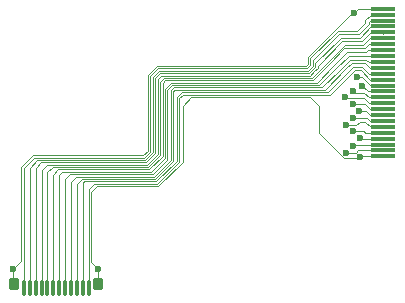
<source format=gtl>
G04 #@! TF.GenerationSoftware,KiCad,Pcbnew,9.0.1*
G04 #@! TF.CreationDate,2025-05-15T23:31:47+02:00*
G04 #@! TF.ProjectId,short flex with bend,73686f72-7420-4666-9c65-782077697468,rev?*
G04 #@! TF.SameCoordinates,Original*
G04 #@! TF.FileFunction,Copper,L1,Top*
G04 #@! TF.FilePolarity,Positive*
%FSLAX46Y46*%
G04 Gerber Fmt 4.6, Leading zero omitted, Abs format (unit mm)*
G04 Created by KiCad (PCBNEW 9.0.1) date 2025-05-15 23:31:47*
%MOMM*%
%LPD*%
G01*
G04 APERTURE LIST*
G04 Aperture macros list*
%AMRoundRect*
0 Rectangle with rounded corners*
0 $1 Rounding radius*
0 $2 $3 $4 $5 $6 $7 $8 $9 X,Y pos of 4 corners*
0 Add a 4 corners polygon primitive as box body*
4,1,4,$2,$3,$4,$5,$6,$7,$8,$9,$2,$3,0*
0 Add four circle primitives for the rounded corners*
1,1,$1+$1,$2,$3*
1,1,$1+$1,$4,$5*
1,1,$1+$1,$6,$7*
1,1,$1+$1,$8,$9*
0 Add four rect primitives between the rounded corners*
20,1,$1+$1,$2,$3,$4,$5,0*
20,1,$1+$1,$4,$5,$6,$7,0*
20,1,$1+$1,$6,$7,$8,$9,0*
20,1,$1+$1,$8,$9,$2,$3,0*%
G04 Aperture macros list end*
G04 #@! TA.AperFunction,ConnectorPad*
%ADD10R,2.000000X0.300000*%
G04 #@! TD*
G04 #@! TA.AperFunction,SMDPad,CuDef*
%ADD11RoundRect,0.050000X-0.115000X-0.625000X0.115000X-0.625000X0.115000X0.625000X-0.115000X0.625000X0*%
G04 #@! TD*
G04 #@! TA.AperFunction,SMDPad,CuDef*
%ADD12RoundRect,0.120000X0.280000X0.415000X-0.280000X0.415000X-0.280000X-0.415000X0.280000X-0.415000X0*%
G04 #@! TD*
G04 #@! TA.AperFunction,SMDPad,CuDef*
%ADD13RoundRect,0.120000X-0.280000X-0.415000X0.280000X-0.415000X0.280000X0.415000X-0.280000X0.415000X0*%
G04 #@! TD*
G04 #@! TA.AperFunction,ViaPad*
%ADD14C,0.600000*%
G04 #@! TD*
G04 #@! TA.AperFunction,Conductor*
%ADD15C,0.100000*%
G04 #@! TD*
G04 APERTURE END LIST*
D10*
X163000000Y-84100000D03*
X163000000Y-83600000D03*
X163000000Y-83100000D03*
X163000000Y-82600000D03*
X163000000Y-82100000D03*
X163000000Y-81600000D03*
X163000000Y-81100000D03*
X163000000Y-80600000D03*
X163000000Y-80100000D03*
X163000000Y-79600000D03*
X163000000Y-79100000D03*
X163000000Y-78600000D03*
X163000000Y-78100000D03*
X163000000Y-77600000D03*
X163000000Y-77100000D03*
X163000000Y-76600000D03*
X163000000Y-76100000D03*
X163000000Y-75600000D03*
X163000000Y-75100000D03*
X163000000Y-74600000D03*
X163000000Y-74100000D03*
X163000000Y-73600000D03*
X163000000Y-73100000D03*
X163000000Y-72600000D03*
X163000000Y-72100000D03*
X163000000Y-71600000D03*
D11*
X132560000Y-95225000D03*
X133060000Y-95225000D03*
X133560000Y-95225000D03*
X134060000Y-95225000D03*
X134560000Y-95225000D03*
X135060000Y-95225000D03*
X135560000Y-95225000D03*
X136060000Y-95225000D03*
X136560000Y-95225000D03*
X137060000Y-95225000D03*
X137560000Y-95225000D03*
X138060000Y-95225000D03*
D12*
X131760000Y-94915000D03*
D13*
X138860000Y-94915000D03*
D14*
X160400000Y-79650000D03*
X160393913Y-81976786D03*
X161222809Y-78153983D03*
X159811091Y-81438909D03*
X159792395Y-79035423D03*
X160787000Y-77350000D03*
X159842933Y-83803550D03*
X161000000Y-82550000D03*
X160442955Y-80852210D03*
X160948603Y-80232271D03*
X161038068Y-84187018D03*
X160500000Y-71950000D03*
X160471591Y-78578409D03*
X160468035Y-83200000D03*
X138825000Y-93600000D03*
X131675000Y-93600000D03*
D15*
X157550786Y-79850786D02*
X157550786Y-82149214D01*
X156762000Y-79062000D02*
X157550786Y-79850786D01*
X146738000Y-79062000D02*
X156762000Y-79062000D01*
X146000000Y-79800000D02*
X146738000Y-79062000D01*
X146000000Y-84568513D02*
X146000000Y-79800000D01*
X138261000Y-87139000D02*
X138787000Y-86613000D01*
X143955513Y-86613000D02*
X146000000Y-84568513D01*
X138261000Y-93036000D02*
X138261000Y-87139000D01*
X138787000Y-86613000D02*
X143955513Y-86613000D01*
X157550786Y-82149214D02*
X159656122Y-84254550D01*
X138825000Y-93600000D02*
X138261000Y-93036000D01*
X160970536Y-84254550D02*
X161038068Y-84187018D01*
X159656122Y-84254550D02*
X160970536Y-84254550D01*
X158496768Y-78861000D02*
X160236000Y-77121768D01*
X146023256Y-78861000D02*
X158496768Y-78861000D01*
X145701000Y-79183256D02*
X146023256Y-78861000D01*
X145701000Y-84583256D02*
X145701000Y-79183256D01*
X143872256Y-86412000D02*
X145701000Y-84583256D01*
X138500000Y-86412000D02*
X143872256Y-86412000D01*
X138060000Y-86852000D02*
X138500000Y-86412000D01*
X138060000Y-95225000D02*
X138060000Y-86852000D01*
X161798000Y-77100000D02*
X163000000Y-77100000D01*
X161196000Y-76498000D02*
X161798000Y-77100000D01*
X160434090Y-76498000D02*
X161196000Y-76498000D01*
X145940000Y-78660000D02*
X158272090Y-78660000D01*
X158272090Y-78660000D02*
X160434090Y-76498000D01*
X145500000Y-84500000D02*
X145500000Y-79100000D01*
X145500000Y-79100000D02*
X145940000Y-78660000D01*
X143789000Y-86211000D02*
X145500000Y-84500000D01*
X137689000Y-86211000D02*
X143789000Y-86211000D01*
X137560000Y-86340000D02*
X137689000Y-86211000D01*
X137560000Y-95225000D02*
X137560000Y-86340000D01*
X158047412Y-78459000D02*
X159853206Y-76653206D01*
X145325256Y-78459000D02*
X158047412Y-78459000D01*
X145201000Y-78583256D02*
X145325256Y-78459000D01*
X137060000Y-86450000D02*
X137500000Y-86010000D01*
X145201000Y-84467512D02*
X145201000Y-78583256D01*
X137060000Y-95225000D02*
X137060000Y-86450000D01*
X159853206Y-76653206D02*
X160309412Y-76197000D01*
X137500000Y-86010000D02*
X143658512Y-86010000D01*
X143658512Y-86010000D02*
X145201000Y-84467512D01*
X143575256Y-85809000D02*
X145000000Y-84384256D01*
X136991000Y-85809000D02*
X143575256Y-85809000D01*
X145000000Y-84384256D02*
X145000000Y-78500000D01*
X157822734Y-78258000D02*
X159334000Y-76746734D01*
X136560000Y-86240000D02*
X136991000Y-85809000D01*
X136560000Y-95225000D02*
X136560000Y-86240000D01*
X145000000Y-78500000D02*
X145242000Y-78258000D01*
X145242000Y-78258000D02*
X157822734Y-78258000D01*
X157593000Y-78057000D02*
X159033000Y-76617000D01*
X145127256Y-78057000D02*
X157593000Y-78057000D01*
X144706002Y-78478254D02*
X145127256Y-78057000D01*
X144706003Y-84393997D02*
X144706002Y-78478254D01*
X143492000Y-85608000D02*
X144706003Y-84393997D01*
X136492000Y-85608000D02*
X143492000Y-85608000D01*
X136060000Y-86040000D02*
X136492000Y-85608000D01*
X136060000Y-95225000D02*
X136060000Y-86040000D01*
X157368322Y-77856000D02*
X158762161Y-76462161D01*
X145044000Y-77856000D02*
X157368322Y-77856000D01*
X144505002Y-78394998D02*
X145044000Y-77856000D01*
X144505003Y-84194997D02*
X144505002Y-78394998D01*
X143293000Y-85407000D02*
X144505003Y-84194997D01*
X135793000Y-85407000D02*
X143293000Y-85407000D01*
X135560000Y-85640000D02*
X135793000Y-85407000D01*
X135560000Y-95225000D02*
X135560000Y-85640000D01*
X158762161Y-76462161D02*
X159930322Y-75294000D01*
X161768322Y-74600000D02*
X163000000Y-74600000D01*
X161418322Y-74950000D02*
X161768322Y-74600000D01*
X159707223Y-74950000D02*
X161418322Y-74950000D01*
X157002223Y-77655000D02*
X158389578Y-76267644D01*
X144304001Y-77880255D02*
X144529256Y-77655000D01*
X158389578Y-76267644D02*
X159707223Y-74950000D01*
X144304003Y-84080770D02*
X144304001Y-77880255D01*
X143178774Y-85206000D02*
X144304003Y-84080770D01*
X144529256Y-77655000D02*
X157002223Y-77655000D01*
X135060000Y-85640000D02*
X135494000Y-85206000D01*
X135060000Y-95225000D02*
X135060000Y-85640000D01*
X135494000Y-85206000D02*
X143178774Y-85206000D01*
X161842644Y-74100000D02*
X163000000Y-74100000D01*
X159723966Y-74649000D02*
X161293644Y-74649000D01*
X156918966Y-77454000D02*
X159723966Y-74649000D01*
X144446000Y-77454000D02*
X156918966Y-77454000D01*
X144103002Y-83997514D02*
X144103000Y-77797000D01*
X144103000Y-77797000D02*
X144446000Y-77454000D01*
X143095517Y-85005000D02*
X144103002Y-83997514D01*
X134560000Y-85445000D02*
X135000000Y-85005000D01*
X161293644Y-74649000D02*
X161842644Y-74100000D01*
X134560000Y-95225000D02*
X134560000Y-85445000D01*
X135000000Y-85005000D02*
X143095517Y-85005000D01*
X161916966Y-73600000D02*
X163000000Y-73600000D01*
X161168966Y-74348000D02*
X161916966Y-73600000D01*
X157429000Y-76421000D02*
X159502000Y-74348000D01*
X159502000Y-74348000D02*
X161168966Y-74348000D01*
X157429000Y-76586579D02*
X157429000Y-76421000D01*
X157107792Y-76907789D02*
X157429000Y-76586579D01*
X157107792Y-76907792D02*
X157107792Y-76907789D01*
X143902000Y-77535024D02*
X144184024Y-77253000D01*
X144184024Y-77253000D02*
X156762584Y-77253000D01*
X143012260Y-84804000D02*
X143902001Y-83914258D01*
X143902001Y-83914258D02*
X143902000Y-77535024D01*
X134516000Y-84804000D02*
X143012260Y-84804000D01*
X156762584Y-77253000D02*
X157107792Y-76907792D01*
X134060000Y-85260000D02*
X134516000Y-84804000D01*
X134060000Y-95225000D02*
X134060000Y-85260000D01*
X157228000Y-76503323D02*
X156679326Y-77052000D01*
X157228000Y-76196322D02*
X157228000Y-76503323D01*
X161044288Y-74047000D02*
X159377322Y-74047000D01*
X159377322Y-74047000D02*
X157228000Y-76196322D01*
X156679326Y-77052000D02*
X156500000Y-77052000D01*
X161991288Y-73100000D02*
X161044288Y-74047000D01*
X163000000Y-73100000D02*
X161991288Y-73100000D01*
X133560000Y-85043000D02*
X133560000Y-95225000D01*
X142929003Y-84603000D02*
X134000000Y-84603000D01*
X143701000Y-83831002D02*
X142929003Y-84603000D01*
X143701000Y-77451768D02*
X143701000Y-83831002D01*
X144100768Y-77052000D02*
X143701000Y-77451768D01*
X134000000Y-84603000D02*
X133560000Y-85043000D01*
X156500000Y-77052000D02*
X144100768Y-77052000D01*
X161848000Y-72600000D02*
X163000000Y-72600000D01*
X161749000Y-72699000D02*
X161848000Y-72600000D01*
X161749000Y-72916610D02*
X161749000Y-72699000D01*
X159252644Y-73746000D02*
X160919610Y-73746000D01*
X157027000Y-76420066D02*
X157027000Y-75971644D01*
X143500000Y-77368512D02*
X144017512Y-76851000D01*
X156596069Y-76851000D02*
X157027000Y-76420066D01*
X143500000Y-83747746D02*
X143500000Y-77368512D01*
X160919610Y-73746000D02*
X161749000Y-72916610D01*
X142845746Y-84402000D02*
X143500000Y-83747746D01*
X133060000Y-85040000D02*
X133698000Y-84402000D01*
X133698000Y-84402000D02*
X142845746Y-84402000D01*
X157027000Y-75971644D02*
X159252644Y-73746000D01*
X144017512Y-76851000D02*
X156596069Y-76851000D01*
X133060000Y-95225000D02*
X133060000Y-85040000D01*
X161922322Y-72100000D02*
X163000000Y-72100000D01*
X161448000Y-72574322D02*
X161922322Y-72100000D01*
X161448000Y-72791932D02*
X161448000Y-72574322D01*
X160794932Y-73445000D02*
X161448000Y-72791932D01*
X159127966Y-73445000D02*
X160794932Y-73445000D01*
X156826000Y-75746966D02*
X159127966Y-73445000D01*
X143934256Y-76650000D02*
X156512811Y-76650000D01*
X143252000Y-77332256D02*
X143934256Y-76650000D01*
X156826000Y-76336810D02*
X156826000Y-75746966D01*
X142762489Y-84201000D02*
X143252000Y-83711488D01*
X156512811Y-76650000D02*
X156826000Y-76336810D01*
X133399000Y-84201000D02*
X142762489Y-84201000D01*
X132560000Y-85040000D02*
X133399000Y-84201000D01*
X143252000Y-83711488D02*
X143252000Y-77332256D01*
X132560000Y-95225000D02*
X132560000Y-85040000D01*
X160558768Y-76799000D02*
X161071322Y-76799000D01*
X160236000Y-77121768D02*
X160558768Y-76799000D01*
X161071322Y-76799000D02*
X161872322Y-77600000D01*
X161872322Y-77600000D02*
X163000000Y-77600000D01*
X161848000Y-76600000D02*
X163000000Y-76600000D01*
X161445000Y-76197000D02*
X161848000Y-76600000D01*
X160309412Y-76197000D02*
X161445000Y-76197000D01*
X162995000Y-75595000D02*
X163000000Y-75600000D01*
X160055000Y-75595000D02*
X162995000Y-75595000D01*
X159033000Y-76617000D02*
X160055000Y-75595000D01*
X161694000Y-75100000D02*
X163000000Y-75100000D01*
X161500000Y-75294000D02*
X161694000Y-75100000D01*
X159930322Y-75294000D02*
X161500000Y-75294000D01*
X160643717Y-83803550D02*
X160847267Y-83600000D01*
X161050000Y-82600000D02*
X163000000Y-82600000D01*
X161000000Y-82550000D02*
X161050000Y-82600000D01*
X159842933Y-83803550D02*
X160643717Y-83803550D01*
X160847267Y-83600000D02*
X163000000Y-83600000D01*
X162901000Y-74501000D02*
X163000000Y-74600000D01*
X161326786Y-81976786D02*
X161450000Y-82100000D01*
X161450000Y-82100000D02*
X163000000Y-82100000D01*
X160393913Y-81976786D02*
X161326786Y-81976786D01*
X162901000Y-74699000D02*
X163000000Y-74600000D01*
X163000000Y-73100000D02*
X162901000Y-73001000D01*
X161500000Y-80232271D02*
X161867729Y-80600000D01*
X160948603Y-80232271D02*
X160948603Y-80301033D01*
X161346879Y-79129409D02*
X161817470Y-79600000D01*
X159886381Y-79129409D02*
X161346879Y-79129409D01*
X159792395Y-79035423D02*
X159886381Y-79129409D01*
X161817470Y-79600000D02*
X163000000Y-79600000D01*
X161867729Y-80600000D02*
X163000000Y-80600000D01*
X160948603Y-80232271D02*
X161500000Y-80232271D01*
X160468035Y-83200000D02*
X160568035Y-83100000D01*
X160500000Y-71950000D02*
X160850000Y-71600000D01*
X160568035Y-83100000D02*
X163000000Y-83100000D01*
X162901000Y-80501000D02*
X163000000Y-80600000D01*
X161475532Y-81153210D02*
X161922322Y-81600000D01*
X162995450Y-84104550D02*
X163000000Y-84100000D01*
X161922322Y-81600000D02*
X163000000Y-81600000D01*
X161038068Y-84187018D02*
X161125086Y-84100000D01*
X160787000Y-77350000D02*
X161196644Y-77350000D01*
X159811091Y-81438909D02*
X160714301Y-81438909D01*
X161196644Y-77350000D02*
X161946644Y-78100000D01*
X161946644Y-78100000D02*
X163000000Y-78100000D01*
X162901000Y-76501000D02*
X163000000Y-76600000D01*
X161125086Y-84100000D02*
X163000000Y-84100000D01*
X160714301Y-81438909D02*
X161000000Y-81153210D01*
X161000000Y-81153210D02*
X161475532Y-81153210D01*
X160850000Y-71600000D02*
X163000000Y-71600000D01*
X162901000Y-73501000D02*
X163000000Y-73600000D01*
X163000000Y-73699000D02*
X163000000Y-73600000D01*
X161348131Y-78704983D02*
X161743148Y-79100000D01*
X160598166Y-78704983D02*
X161348131Y-78704983D01*
X161743148Y-79100000D02*
X163000000Y-79100000D01*
X160471591Y-78578409D02*
X160598166Y-78704983D01*
X159334000Y-76746734D02*
X160184734Y-75896000D01*
X161773678Y-76100000D02*
X163000000Y-76100000D01*
X161569678Y-75896000D02*
X161773678Y-76100000D01*
X160184734Y-75896000D02*
X161569678Y-75896000D01*
X161848000Y-81100000D02*
X163000000Y-81100000D01*
X161600210Y-80852210D02*
X161848000Y-81100000D01*
X162901000Y-75501000D02*
X163000000Y-75600000D01*
X162901000Y-74001000D02*
X163000000Y-74100000D01*
X162901000Y-74199000D02*
X163000000Y-74100000D01*
X160442955Y-80852210D02*
X161600210Y-80852210D01*
X161222809Y-78153983D02*
X161668826Y-78600000D01*
X161441792Y-79650000D02*
X161891792Y-80100000D01*
X162239678Y-77089678D02*
X162989678Y-77089678D01*
X162151000Y-77001000D02*
X162239678Y-77089678D01*
X161668826Y-78600000D02*
X163000000Y-78600000D01*
X162989678Y-77089678D02*
X163000000Y-77100000D01*
X160400000Y-79650000D02*
X161441792Y-79650000D01*
X162901000Y-80001000D02*
X163000000Y-80100000D01*
X161891792Y-80100000D02*
X163000000Y-80100000D01*
X138707368Y-95077632D02*
X138547383Y-95092914D01*
X131912104Y-95077104D02*
X132072662Y-95092440D01*
X138825000Y-93600000D02*
X138825000Y-94960000D01*
X131675000Y-93600000D02*
X131675000Y-94840000D01*
X138825000Y-94960000D02*
X138707368Y-95077632D01*
X131675000Y-94840000D02*
X131912104Y-95077104D01*
X139000000Y-94785000D02*
X138707368Y-95077632D01*
X142679232Y-84000000D02*
X143051000Y-83628232D01*
X131675000Y-93600000D02*
X132359000Y-92916000D01*
X143051000Y-83628232D02*
X143051000Y-77248999D01*
X143051000Y-77248999D02*
X143851000Y-76449000D01*
X133315744Y-84000000D02*
X142679232Y-84000000D01*
X132359000Y-92916000D02*
X132359000Y-84956744D01*
X143851000Y-76449000D02*
X156429554Y-76449000D01*
X132359000Y-84956744D02*
X133315744Y-84000000D01*
X156429554Y-76449000D02*
X156625000Y-76253553D01*
X156625000Y-76253553D02*
X156625000Y-75663709D01*
X156625000Y-75663709D02*
X160338710Y-71950000D01*
X160338710Y-71950000D02*
X160500000Y-71950000D01*
M02*

</source>
